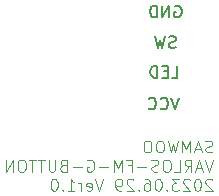
<source format=gbr>
%TF.GenerationSoftware,KiCad,Pcbnew,7.0.2*%
%TF.CreationDate,2023-06-29T18:38:04+09:00*%
%TF.ProjectId,laserpointer,6c617365-7270-46f6-996e-7465722e6b69,rev?*%
%TF.SameCoordinates,Original*%
%TF.FileFunction,Legend,Bot*%
%TF.FilePolarity,Positive*%
%FSLAX46Y46*%
G04 Gerber Fmt 4.6, Leading zero omitted, Abs format (unit mm)*
G04 Created by KiCad (PCBNEW 7.0.2) date 2023-06-29 18:38:04*
%MOMM*%
%LPD*%
G01*
G04 APERTURE LIST*
%ADD10C,0.100000*%
%ADD11C,0.150000*%
G04 APERTURE END LIST*
D10*
X120429523Y-83070000D02*
X120286666Y-83117619D01*
X120286666Y-83117619D02*
X120048571Y-83117619D01*
X120048571Y-83117619D02*
X119953333Y-83070000D01*
X119953333Y-83070000D02*
X119905714Y-83022380D01*
X119905714Y-83022380D02*
X119858095Y-82927142D01*
X119858095Y-82927142D02*
X119858095Y-82831904D01*
X119858095Y-82831904D02*
X119905714Y-82736666D01*
X119905714Y-82736666D02*
X119953333Y-82689047D01*
X119953333Y-82689047D02*
X120048571Y-82641428D01*
X120048571Y-82641428D02*
X120239047Y-82593809D01*
X120239047Y-82593809D02*
X120334285Y-82546190D01*
X120334285Y-82546190D02*
X120381904Y-82498571D01*
X120381904Y-82498571D02*
X120429523Y-82403333D01*
X120429523Y-82403333D02*
X120429523Y-82308095D01*
X120429523Y-82308095D02*
X120381904Y-82212857D01*
X120381904Y-82212857D02*
X120334285Y-82165238D01*
X120334285Y-82165238D02*
X120239047Y-82117619D01*
X120239047Y-82117619D02*
X120000952Y-82117619D01*
X120000952Y-82117619D02*
X119858095Y-82165238D01*
X119477142Y-82831904D02*
X119000952Y-82831904D01*
X119572380Y-83117619D02*
X119239047Y-82117619D01*
X119239047Y-82117619D02*
X118905714Y-83117619D01*
X118572380Y-83117619D02*
X118572380Y-82117619D01*
X118572380Y-82117619D02*
X118239047Y-82831904D01*
X118239047Y-82831904D02*
X117905714Y-82117619D01*
X117905714Y-82117619D02*
X117905714Y-83117619D01*
X117524761Y-82117619D02*
X117286666Y-83117619D01*
X117286666Y-83117619D02*
X117096190Y-82403333D01*
X117096190Y-82403333D02*
X116905714Y-83117619D01*
X116905714Y-83117619D02*
X116667619Y-82117619D01*
X116096190Y-82117619D02*
X115905714Y-82117619D01*
X115905714Y-82117619D02*
X115810476Y-82165238D01*
X115810476Y-82165238D02*
X115715238Y-82260476D01*
X115715238Y-82260476D02*
X115667619Y-82450952D01*
X115667619Y-82450952D02*
X115667619Y-82784285D01*
X115667619Y-82784285D02*
X115715238Y-82974761D01*
X115715238Y-82974761D02*
X115810476Y-83070000D01*
X115810476Y-83070000D02*
X115905714Y-83117619D01*
X115905714Y-83117619D02*
X116096190Y-83117619D01*
X116096190Y-83117619D02*
X116191428Y-83070000D01*
X116191428Y-83070000D02*
X116286666Y-82974761D01*
X116286666Y-82974761D02*
X116334285Y-82784285D01*
X116334285Y-82784285D02*
X116334285Y-82450952D01*
X116334285Y-82450952D02*
X116286666Y-82260476D01*
X116286666Y-82260476D02*
X116191428Y-82165238D01*
X116191428Y-82165238D02*
X116096190Y-82117619D01*
X115048571Y-82117619D02*
X114858095Y-82117619D01*
X114858095Y-82117619D02*
X114762857Y-82165238D01*
X114762857Y-82165238D02*
X114667619Y-82260476D01*
X114667619Y-82260476D02*
X114620000Y-82450952D01*
X114620000Y-82450952D02*
X114620000Y-82784285D01*
X114620000Y-82784285D02*
X114667619Y-82974761D01*
X114667619Y-82974761D02*
X114762857Y-83070000D01*
X114762857Y-83070000D02*
X114858095Y-83117619D01*
X114858095Y-83117619D02*
X115048571Y-83117619D01*
X115048571Y-83117619D02*
X115143809Y-83070000D01*
X115143809Y-83070000D02*
X115239047Y-82974761D01*
X115239047Y-82974761D02*
X115286666Y-82784285D01*
X115286666Y-82784285D02*
X115286666Y-82450952D01*
X115286666Y-82450952D02*
X115239047Y-82260476D01*
X115239047Y-82260476D02*
X115143809Y-82165238D01*
X115143809Y-82165238D02*
X115048571Y-82117619D01*
X120524761Y-83737619D02*
X120191428Y-84737619D01*
X120191428Y-84737619D02*
X119858095Y-83737619D01*
X119572380Y-84451904D02*
X119096190Y-84451904D01*
X119667618Y-84737619D02*
X119334285Y-83737619D01*
X119334285Y-83737619D02*
X119000952Y-84737619D01*
X118096190Y-84737619D02*
X118429523Y-84261428D01*
X118667618Y-84737619D02*
X118667618Y-83737619D01*
X118667618Y-83737619D02*
X118286666Y-83737619D01*
X118286666Y-83737619D02*
X118191428Y-83785238D01*
X118191428Y-83785238D02*
X118143809Y-83832857D01*
X118143809Y-83832857D02*
X118096190Y-83928095D01*
X118096190Y-83928095D02*
X118096190Y-84070952D01*
X118096190Y-84070952D02*
X118143809Y-84166190D01*
X118143809Y-84166190D02*
X118191428Y-84213809D01*
X118191428Y-84213809D02*
X118286666Y-84261428D01*
X118286666Y-84261428D02*
X118667618Y-84261428D01*
X117191428Y-84737619D02*
X117667618Y-84737619D01*
X117667618Y-84737619D02*
X117667618Y-83737619D01*
X116667618Y-83737619D02*
X116477142Y-83737619D01*
X116477142Y-83737619D02*
X116381904Y-83785238D01*
X116381904Y-83785238D02*
X116286666Y-83880476D01*
X116286666Y-83880476D02*
X116239047Y-84070952D01*
X116239047Y-84070952D02*
X116239047Y-84404285D01*
X116239047Y-84404285D02*
X116286666Y-84594761D01*
X116286666Y-84594761D02*
X116381904Y-84690000D01*
X116381904Y-84690000D02*
X116477142Y-84737619D01*
X116477142Y-84737619D02*
X116667618Y-84737619D01*
X116667618Y-84737619D02*
X116762856Y-84690000D01*
X116762856Y-84690000D02*
X116858094Y-84594761D01*
X116858094Y-84594761D02*
X116905713Y-84404285D01*
X116905713Y-84404285D02*
X116905713Y-84070952D01*
X116905713Y-84070952D02*
X116858094Y-83880476D01*
X116858094Y-83880476D02*
X116762856Y-83785238D01*
X116762856Y-83785238D02*
X116667618Y-83737619D01*
X115858094Y-84690000D02*
X115715237Y-84737619D01*
X115715237Y-84737619D02*
X115477142Y-84737619D01*
X115477142Y-84737619D02*
X115381904Y-84690000D01*
X115381904Y-84690000D02*
X115334285Y-84642380D01*
X115334285Y-84642380D02*
X115286666Y-84547142D01*
X115286666Y-84547142D02*
X115286666Y-84451904D01*
X115286666Y-84451904D02*
X115334285Y-84356666D01*
X115334285Y-84356666D02*
X115381904Y-84309047D01*
X115381904Y-84309047D02*
X115477142Y-84261428D01*
X115477142Y-84261428D02*
X115667618Y-84213809D01*
X115667618Y-84213809D02*
X115762856Y-84166190D01*
X115762856Y-84166190D02*
X115810475Y-84118571D01*
X115810475Y-84118571D02*
X115858094Y-84023333D01*
X115858094Y-84023333D02*
X115858094Y-83928095D01*
X115858094Y-83928095D02*
X115810475Y-83832857D01*
X115810475Y-83832857D02*
X115762856Y-83785238D01*
X115762856Y-83785238D02*
X115667618Y-83737619D01*
X115667618Y-83737619D02*
X115429523Y-83737619D01*
X115429523Y-83737619D02*
X115286666Y-83785238D01*
X114858094Y-84356666D02*
X114096190Y-84356666D01*
X113286666Y-84213809D02*
X113619999Y-84213809D01*
X113619999Y-84737619D02*
X113619999Y-83737619D01*
X113619999Y-83737619D02*
X113143809Y-83737619D01*
X112762856Y-84737619D02*
X112762856Y-83737619D01*
X112762856Y-83737619D02*
X112429523Y-84451904D01*
X112429523Y-84451904D02*
X112096190Y-83737619D01*
X112096190Y-83737619D02*
X112096190Y-84737619D01*
X111619999Y-84356666D02*
X110858095Y-84356666D01*
X109858095Y-83785238D02*
X109953333Y-83737619D01*
X109953333Y-83737619D02*
X110096190Y-83737619D01*
X110096190Y-83737619D02*
X110239047Y-83785238D01*
X110239047Y-83785238D02*
X110334285Y-83880476D01*
X110334285Y-83880476D02*
X110381904Y-83975714D01*
X110381904Y-83975714D02*
X110429523Y-84166190D01*
X110429523Y-84166190D02*
X110429523Y-84309047D01*
X110429523Y-84309047D02*
X110381904Y-84499523D01*
X110381904Y-84499523D02*
X110334285Y-84594761D01*
X110334285Y-84594761D02*
X110239047Y-84690000D01*
X110239047Y-84690000D02*
X110096190Y-84737619D01*
X110096190Y-84737619D02*
X110000952Y-84737619D01*
X110000952Y-84737619D02*
X109858095Y-84690000D01*
X109858095Y-84690000D02*
X109810476Y-84642380D01*
X109810476Y-84642380D02*
X109810476Y-84309047D01*
X109810476Y-84309047D02*
X110000952Y-84309047D01*
X109381904Y-84356666D02*
X108620000Y-84356666D01*
X107810476Y-84213809D02*
X107667619Y-84261428D01*
X107667619Y-84261428D02*
X107620000Y-84309047D01*
X107620000Y-84309047D02*
X107572381Y-84404285D01*
X107572381Y-84404285D02*
X107572381Y-84547142D01*
X107572381Y-84547142D02*
X107620000Y-84642380D01*
X107620000Y-84642380D02*
X107667619Y-84690000D01*
X107667619Y-84690000D02*
X107762857Y-84737619D01*
X107762857Y-84737619D02*
X108143809Y-84737619D01*
X108143809Y-84737619D02*
X108143809Y-83737619D01*
X108143809Y-83737619D02*
X107810476Y-83737619D01*
X107810476Y-83737619D02*
X107715238Y-83785238D01*
X107715238Y-83785238D02*
X107667619Y-83832857D01*
X107667619Y-83832857D02*
X107620000Y-83928095D01*
X107620000Y-83928095D02*
X107620000Y-84023333D01*
X107620000Y-84023333D02*
X107667619Y-84118571D01*
X107667619Y-84118571D02*
X107715238Y-84166190D01*
X107715238Y-84166190D02*
X107810476Y-84213809D01*
X107810476Y-84213809D02*
X108143809Y-84213809D01*
X107143809Y-83737619D02*
X107143809Y-84547142D01*
X107143809Y-84547142D02*
X107096190Y-84642380D01*
X107096190Y-84642380D02*
X107048571Y-84690000D01*
X107048571Y-84690000D02*
X106953333Y-84737619D01*
X106953333Y-84737619D02*
X106762857Y-84737619D01*
X106762857Y-84737619D02*
X106667619Y-84690000D01*
X106667619Y-84690000D02*
X106620000Y-84642380D01*
X106620000Y-84642380D02*
X106572381Y-84547142D01*
X106572381Y-84547142D02*
X106572381Y-83737619D01*
X106239047Y-83737619D02*
X105667619Y-83737619D01*
X105953333Y-84737619D02*
X105953333Y-83737619D01*
X105477142Y-83737619D02*
X104905714Y-83737619D01*
X105191428Y-84737619D02*
X105191428Y-83737619D01*
X104381904Y-83737619D02*
X104191428Y-83737619D01*
X104191428Y-83737619D02*
X104096190Y-83785238D01*
X104096190Y-83785238D02*
X104000952Y-83880476D01*
X104000952Y-83880476D02*
X103953333Y-84070952D01*
X103953333Y-84070952D02*
X103953333Y-84404285D01*
X103953333Y-84404285D02*
X104000952Y-84594761D01*
X104000952Y-84594761D02*
X104096190Y-84690000D01*
X104096190Y-84690000D02*
X104191428Y-84737619D01*
X104191428Y-84737619D02*
X104381904Y-84737619D01*
X104381904Y-84737619D02*
X104477142Y-84690000D01*
X104477142Y-84690000D02*
X104572380Y-84594761D01*
X104572380Y-84594761D02*
X104619999Y-84404285D01*
X104619999Y-84404285D02*
X104619999Y-84070952D01*
X104619999Y-84070952D02*
X104572380Y-83880476D01*
X104572380Y-83880476D02*
X104477142Y-83785238D01*
X104477142Y-83785238D02*
X104381904Y-83737619D01*
X103524761Y-84737619D02*
X103524761Y-83737619D01*
X103524761Y-83737619D02*
X102953333Y-84737619D01*
X102953333Y-84737619D02*
X102953333Y-83737619D01*
X120429523Y-85452857D02*
X120381904Y-85405238D01*
X120381904Y-85405238D02*
X120286666Y-85357619D01*
X120286666Y-85357619D02*
X120048571Y-85357619D01*
X120048571Y-85357619D02*
X119953333Y-85405238D01*
X119953333Y-85405238D02*
X119905714Y-85452857D01*
X119905714Y-85452857D02*
X119858095Y-85548095D01*
X119858095Y-85548095D02*
X119858095Y-85643333D01*
X119858095Y-85643333D02*
X119905714Y-85786190D01*
X119905714Y-85786190D02*
X120477142Y-86357619D01*
X120477142Y-86357619D02*
X119858095Y-86357619D01*
X119239047Y-85357619D02*
X119143809Y-85357619D01*
X119143809Y-85357619D02*
X119048571Y-85405238D01*
X119048571Y-85405238D02*
X119000952Y-85452857D01*
X119000952Y-85452857D02*
X118953333Y-85548095D01*
X118953333Y-85548095D02*
X118905714Y-85738571D01*
X118905714Y-85738571D02*
X118905714Y-85976666D01*
X118905714Y-85976666D02*
X118953333Y-86167142D01*
X118953333Y-86167142D02*
X119000952Y-86262380D01*
X119000952Y-86262380D02*
X119048571Y-86310000D01*
X119048571Y-86310000D02*
X119143809Y-86357619D01*
X119143809Y-86357619D02*
X119239047Y-86357619D01*
X119239047Y-86357619D02*
X119334285Y-86310000D01*
X119334285Y-86310000D02*
X119381904Y-86262380D01*
X119381904Y-86262380D02*
X119429523Y-86167142D01*
X119429523Y-86167142D02*
X119477142Y-85976666D01*
X119477142Y-85976666D02*
X119477142Y-85738571D01*
X119477142Y-85738571D02*
X119429523Y-85548095D01*
X119429523Y-85548095D02*
X119381904Y-85452857D01*
X119381904Y-85452857D02*
X119334285Y-85405238D01*
X119334285Y-85405238D02*
X119239047Y-85357619D01*
X118524761Y-85452857D02*
X118477142Y-85405238D01*
X118477142Y-85405238D02*
X118381904Y-85357619D01*
X118381904Y-85357619D02*
X118143809Y-85357619D01*
X118143809Y-85357619D02*
X118048571Y-85405238D01*
X118048571Y-85405238D02*
X118000952Y-85452857D01*
X118000952Y-85452857D02*
X117953333Y-85548095D01*
X117953333Y-85548095D02*
X117953333Y-85643333D01*
X117953333Y-85643333D02*
X118000952Y-85786190D01*
X118000952Y-85786190D02*
X118572380Y-86357619D01*
X118572380Y-86357619D02*
X117953333Y-86357619D01*
X117619999Y-85357619D02*
X117000952Y-85357619D01*
X117000952Y-85357619D02*
X117334285Y-85738571D01*
X117334285Y-85738571D02*
X117191428Y-85738571D01*
X117191428Y-85738571D02*
X117096190Y-85786190D01*
X117096190Y-85786190D02*
X117048571Y-85833809D01*
X117048571Y-85833809D02*
X117000952Y-85929047D01*
X117000952Y-85929047D02*
X117000952Y-86167142D01*
X117000952Y-86167142D02*
X117048571Y-86262380D01*
X117048571Y-86262380D02*
X117096190Y-86310000D01*
X117096190Y-86310000D02*
X117191428Y-86357619D01*
X117191428Y-86357619D02*
X117477142Y-86357619D01*
X117477142Y-86357619D02*
X117572380Y-86310000D01*
X117572380Y-86310000D02*
X117619999Y-86262380D01*
X116572380Y-86262380D02*
X116524761Y-86310000D01*
X116524761Y-86310000D02*
X116572380Y-86357619D01*
X116572380Y-86357619D02*
X116619999Y-86310000D01*
X116619999Y-86310000D02*
X116572380Y-86262380D01*
X116572380Y-86262380D02*
X116572380Y-86357619D01*
X115905714Y-85357619D02*
X115810476Y-85357619D01*
X115810476Y-85357619D02*
X115715238Y-85405238D01*
X115715238Y-85405238D02*
X115667619Y-85452857D01*
X115667619Y-85452857D02*
X115620000Y-85548095D01*
X115620000Y-85548095D02*
X115572381Y-85738571D01*
X115572381Y-85738571D02*
X115572381Y-85976666D01*
X115572381Y-85976666D02*
X115620000Y-86167142D01*
X115620000Y-86167142D02*
X115667619Y-86262380D01*
X115667619Y-86262380D02*
X115715238Y-86310000D01*
X115715238Y-86310000D02*
X115810476Y-86357619D01*
X115810476Y-86357619D02*
X115905714Y-86357619D01*
X115905714Y-86357619D02*
X116000952Y-86310000D01*
X116000952Y-86310000D02*
X116048571Y-86262380D01*
X116048571Y-86262380D02*
X116096190Y-86167142D01*
X116096190Y-86167142D02*
X116143809Y-85976666D01*
X116143809Y-85976666D02*
X116143809Y-85738571D01*
X116143809Y-85738571D02*
X116096190Y-85548095D01*
X116096190Y-85548095D02*
X116048571Y-85452857D01*
X116048571Y-85452857D02*
X116000952Y-85405238D01*
X116000952Y-85405238D02*
X115905714Y-85357619D01*
X114715238Y-85357619D02*
X114905714Y-85357619D01*
X114905714Y-85357619D02*
X115000952Y-85405238D01*
X115000952Y-85405238D02*
X115048571Y-85452857D01*
X115048571Y-85452857D02*
X115143809Y-85595714D01*
X115143809Y-85595714D02*
X115191428Y-85786190D01*
X115191428Y-85786190D02*
X115191428Y-86167142D01*
X115191428Y-86167142D02*
X115143809Y-86262380D01*
X115143809Y-86262380D02*
X115096190Y-86310000D01*
X115096190Y-86310000D02*
X115000952Y-86357619D01*
X115000952Y-86357619D02*
X114810476Y-86357619D01*
X114810476Y-86357619D02*
X114715238Y-86310000D01*
X114715238Y-86310000D02*
X114667619Y-86262380D01*
X114667619Y-86262380D02*
X114620000Y-86167142D01*
X114620000Y-86167142D02*
X114620000Y-85929047D01*
X114620000Y-85929047D02*
X114667619Y-85833809D01*
X114667619Y-85833809D02*
X114715238Y-85786190D01*
X114715238Y-85786190D02*
X114810476Y-85738571D01*
X114810476Y-85738571D02*
X115000952Y-85738571D01*
X115000952Y-85738571D02*
X115096190Y-85786190D01*
X115096190Y-85786190D02*
X115143809Y-85833809D01*
X115143809Y-85833809D02*
X115191428Y-85929047D01*
X114191428Y-86262380D02*
X114143809Y-86310000D01*
X114143809Y-86310000D02*
X114191428Y-86357619D01*
X114191428Y-86357619D02*
X114239047Y-86310000D01*
X114239047Y-86310000D02*
X114191428Y-86262380D01*
X114191428Y-86262380D02*
X114191428Y-86357619D01*
X113762857Y-85452857D02*
X113715238Y-85405238D01*
X113715238Y-85405238D02*
X113620000Y-85357619D01*
X113620000Y-85357619D02*
X113381905Y-85357619D01*
X113381905Y-85357619D02*
X113286667Y-85405238D01*
X113286667Y-85405238D02*
X113239048Y-85452857D01*
X113239048Y-85452857D02*
X113191429Y-85548095D01*
X113191429Y-85548095D02*
X113191429Y-85643333D01*
X113191429Y-85643333D02*
X113239048Y-85786190D01*
X113239048Y-85786190D02*
X113810476Y-86357619D01*
X113810476Y-86357619D02*
X113191429Y-86357619D01*
X112715238Y-86357619D02*
X112524762Y-86357619D01*
X112524762Y-86357619D02*
X112429524Y-86310000D01*
X112429524Y-86310000D02*
X112381905Y-86262380D01*
X112381905Y-86262380D02*
X112286667Y-86119523D01*
X112286667Y-86119523D02*
X112239048Y-85929047D01*
X112239048Y-85929047D02*
X112239048Y-85548095D01*
X112239048Y-85548095D02*
X112286667Y-85452857D01*
X112286667Y-85452857D02*
X112334286Y-85405238D01*
X112334286Y-85405238D02*
X112429524Y-85357619D01*
X112429524Y-85357619D02*
X112620000Y-85357619D01*
X112620000Y-85357619D02*
X112715238Y-85405238D01*
X112715238Y-85405238D02*
X112762857Y-85452857D01*
X112762857Y-85452857D02*
X112810476Y-85548095D01*
X112810476Y-85548095D02*
X112810476Y-85786190D01*
X112810476Y-85786190D02*
X112762857Y-85881428D01*
X112762857Y-85881428D02*
X112715238Y-85929047D01*
X112715238Y-85929047D02*
X112620000Y-85976666D01*
X112620000Y-85976666D02*
X112429524Y-85976666D01*
X112429524Y-85976666D02*
X112334286Y-85929047D01*
X112334286Y-85929047D02*
X112286667Y-85881428D01*
X112286667Y-85881428D02*
X112239048Y-85786190D01*
X111191428Y-85357619D02*
X110858095Y-86357619D01*
X110858095Y-86357619D02*
X110524762Y-85357619D01*
X109810476Y-86310000D02*
X109905714Y-86357619D01*
X109905714Y-86357619D02*
X110096190Y-86357619D01*
X110096190Y-86357619D02*
X110191428Y-86310000D01*
X110191428Y-86310000D02*
X110239047Y-86214761D01*
X110239047Y-86214761D02*
X110239047Y-85833809D01*
X110239047Y-85833809D02*
X110191428Y-85738571D01*
X110191428Y-85738571D02*
X110096190Y-85690952D01*
X110096190Y-85690952D02*
X109905714Y-85690952D01*
X109905714Y-85690952D02*
X109810476Y-85738571D01*
X109810476Y-85738571D02*
X109762857Y-85833809D01*
X109762857Y-85833809D02*
X109762857Y-85929047D01*
X109762857Y-85929047D02*
X110239047Y-86024285D01*
X109334285Y-86357619D02*
X109334285Y-85690952D01*
X109334285Y-85881428D02*
X109286666Y-85786190D01*
X109286666Y-85786190D02*
X109239047Y-85738571D01*
X109239047Y-85738571D02*
X109143809Y-85690952D01*
X109143809Y-85690952D02*
X109048571Y-85690952D01*
X108191428Y-86357619D02*
X108762856Y-86357619D01*
X108477142Y-86357619D02*
X108477142Y-85357619D01*
X108477142Y-85357619D02*
X108572380Y-85500476D01*
X108572380Y-85500476D02*
X108667618Y-85595714D01*
X108667618Y-85595714D02*
X108762856Y-85643333D01*
X107762856Y-86262380D02*
X107715237Y-86310000D01*
X107715237Y-86310000D02*
X107762856Y-86357619D01*
X107762856Y-86357619D02*
X107810475Y-86310000D01*
X107810475Y-86310000D02*
X107762856Y-86262380D01*
X107762856Y-86262380D02*
X107762856Y-86357619D01*
X107096190Y-85357619D02*
X107000952Y-85357619D01*
X107000952Y-85357619D02*
X106905714Y-85405238D01*
X106905714Y-85405238D02*
X106858095Y-85452857D01*
X106858095Y-85452857D02*
X106810476Y-85548095D01*
X106810476Y-85548095D02*
X106762857Y-85738571D01*
X106762857Y-85738571D02*
X106762857Y-85976666D01*
X106762857Y-85976666D02*
X106810476Y-86167142D01*
X106810476Y-86167142D02*
X106858095Y-86262380D01*
X106858095Y-86262380D02*
X106905714Y-86310000D01*
X106905714Y-86310000D02*
X107000952Y-86357619D01*
X107000952Y-86357619D02*
X107096190Y-86357619D01*
X107096190Y-86357619D02*
X107191428Y-86310000D01*
X107191428Y-86310000D02*
X107239047Y-86262380D01*
X107239047Y-86262380D02*
X107286666Y-86167142D01*
X107286666Y-86167142D02*
X107334285Y-85976666D01*
X107334285Y-85976666D02*
X107334285Y-85738571D01*
X107334285Y-85738571D02*
X107286666Y-85548095D01*
X107286666Y-85548095D02*
X107239047Y-85452857D01*
X107239047Y-85452857D02*
X107191428Y-85405238D01*
X107191428Y-85405238D02*
X107096190Y-85357619D01*
D11*
X117005714Y-76777619D02*
X117481904Y-76777619D01*
X117481904Y-76777619D02*
X117481904Y-75777619D01*
X116672380Y-76253809D02*
X116339047Y-76253809D01*
X116196190Y-76777619D02*
X116672380Y-76777619D01*
X116672380Y-76777619D02*
X116672380Y-75777619D01*
X116672380Y-75777619D02*
X116196190Y-75777619D01*
X115767618Y-76777619D02*
X115767618Y-75777619D01*
X115767618Y-75777619D02*
X115529523Y-75777619D01*
X115529523Y-75777619D02*
X115386666Y-75825238D01*
X115386666Y-75825238D02*
X115291428Y-75920476D01*
X115291428Y-75920476D02*
X115243809Y-76015714D01*
X115243809Y-76015714D02*
X115196190Y-76206190D01*
X115196190Y-76206190D02*
X115196190Y-76349047D01*
X115196190Y-76349047D02*
X115243809Y-76539523D01*
X115243809Y-76539523D02*
X115291428Y-76634761D01*
X115291428Y-76634761D02*
X115386666Y-76730000D01*
X115386666Y-76730000D02*
X115529523Y-76777619D01*
X115529523Y-76777619D02*
X115767618Y-76777619D01*
X117329523Y-74230000D02*
X117186666Y-74277619D01*
X117186666Y-74277619D02*
X116948571Y-74277619D01*
X116948571Y-74277619D02*
X116853333Y-74230000D01*
X116853333Y-74230000D02*
X116805714Y-74182380D01*
X116805714Y-74182380D02*
X116758095Y-74087142D01*
X116758095Y-74087142D02*
X116758095Y-73991904D01*
X116758095Y-73991904D02*
X116805714Y-73896666D01*
X116805714Y-73896666D02*
X116853333Y-73849047D01*
X116853333Y-73849047D02*
X116948571Y-73801428D01*
X116948571Y-73801428D02*
X117139047Y-73753809D01*
X117139047Y-73753809D02*
X117234285Y-73706190D01*
X117234285Y-73706190D02*
X117281904Y-73658571D01*
X117281904Y-73658571D02*
X117329523Y-73563333D01*
X117329523Y-73563333D02*
X117329523Y-73468095D01*
X117329523Y-73468095D02*
X117281904Y-73372857D01*
X117281904Y-73372857D02*
X117234285Y-73325238D01*
X117234285Y-73325238D02*
X117139047Y-73277619D01*
X117139047Y-73277619D02*
X116900952Y-73277619D01*
X116900952Y-73277619D02*
X116758095Y-73325238D01*
X116424761Y-73277619D02*
X116186666Y-74277619D01*
X116186666Y-74277619D02*
X115996190Y-73563333D01*
X115996190Y-73563333D02*
X115805714Y-74277619D01*
X115805714Y-74277619D02*
X115567619Y-73277619D01*
X117624761Y-78477619D02*
X117291428Y-79477619D01*
X117291428Y-79477619D02*
X116958095Y-78477619D01*
X116053333Y-79382380D02*
X116100952Y-79430000D01*
X116100952Y-79430000D02*
X116243809Y-79477619D01*
X116243809Y-79477619D02*
X116339047Y-79477619D01*
X116339047Y-79477619D02*
X116481904Y-79430000D01*
X116481904Y-79430000D02*
X116577142Y-79334761D01*
X116577142Y-79334761D02*
X116624761Y-79239523D01*
X116624761Y-79239523D02*
X116672380Y-79049047D01*
X116672380Y-79049047D02*
X116672380Y-78906190D01*
X116672380Y-78906190D02*
X116624761Y-78715714D01*
X116624761Y-78715714D02*
X116577142Y-78620476D01*
X116577142Y-78620476D02*
X116481904Y-78525238D01*
X116481904Y-78525238D02*
X116339047Y-78477619D01*
X116339047Y-78477619D02*
X116243809Y-78477619D01*
X116243809Y-78477619D02*
X116100952Y-78525238D01*
X116100952Y-78525238D02*
X116053333Y-78572857D01*
X115053333Y-79382380D02*
X115100952Y-79430000D01*
X115100952Y-79430000D02*
X115243809Y-79477619D01*
X115243809Y-79477619D02*
X115339047Y-79477619D01*
X115339047Y-79477619D02*
X115481904Y-79430000D01*
X115481904Y-79430000D02*
X115577142Y-79334761D01*
X115577142Y-79334761D02*
X115624761Y-79239523D01*
X115624761Y-79239523D02*
X115672380Y-79049047D01*
X115672380Y-79049047D02*
X115672380Y-78906190D01*
X115672380Y-78906190D02*
X115624761Y-78715714D01*
X115624761Y-78715714D02*
X115577142Y-78620476D01*
X115577142Y-78620476D02*
X115481904Y-78525238D01*
X115481904Y-78525238D02*
X115339047Y-78477619D01*
X115339047Y-78477619D02*
X115243809Y-78477619D01*
X115243809Y-78477619D02*
X115100952Y-78525238D01*
X115100952Y-78525238D02*
X115053333Y-78572857D01*
X117258095Y-70725238D02*
X117353333Y-70677619D01*
X117353333Y-70677619D02*
X117496190Y-70677619D01*
X117496190Y-70677619D02*
X117639047Y-70725238D01*
X117639047Y-70725238D02*
X117734285Y-70820476D01*
X117734285Y-70820476D02*
X117781904Y-70915714D01*
X117781904Y-70915714D02*
X117829523Y-71106190D01*
X117829523Y-71106190D02*
X117829523Y-71249047D01*
X117829523Y-71249047D02*
X117781904Y-71439523D01*
X117781904Y-71439523D02*
X117734285Y-71534761D01*
X117734285Y-71534761D02*
X117639047Y-71630000D01*
X117639047Y-71630000D02*
X117496190Y-71677619D01*
X117496190Y-71677619D02*
X117400952Y-71677619D01*
X117400952Y-71677619D02*
X117258095Y-71630000D01*
X117258095Y-71630000D02*
X117210476Y-71582380D01*
X117210476Y-71582380D02*
X117210476Y-71249047D01*
X117210476Y-71249047D02*
X117400952Y-71249047D01*
X116781904Y-71677619D02*
X116781904Y-70677619D01*
X116781904Y-70677619D02*
X116210476Y-71677619D01*
X116210476Y-71677619D02*
X116210476Y-70677619D01*
X115734285Y-71677619D02*
X115734285Y-70677619D01*
X115734285Y-70677619D02*
X115496190Y-70677619D01*
X115496190Y-70677619D02*
X115353333Y-70725238D01*
X115353333Y-70725238D02*
X115258095Y-70820476D01*
X115258095Y-70820476D02*
X115210476Y-70915714D01*
X115210476Y-70915714D02*
X115162857Y-71106190D01*
X115162857Y-71106190D02*
X115162857Y-71249047D01*
X115162857Y-71249047D02*
X115210476Y-71439523D01*
X115210476Y-71439523D02*
X115258095Y-71534761D01*
X115258095Y-71534761D02*
X115353333Y-71630000D01*
X115353333Y-71630000D02*
X115496190Y-71677619D01*
X115496190Y-71677619D02*
X115734285Y-71677619D01*
M02*

</source>
